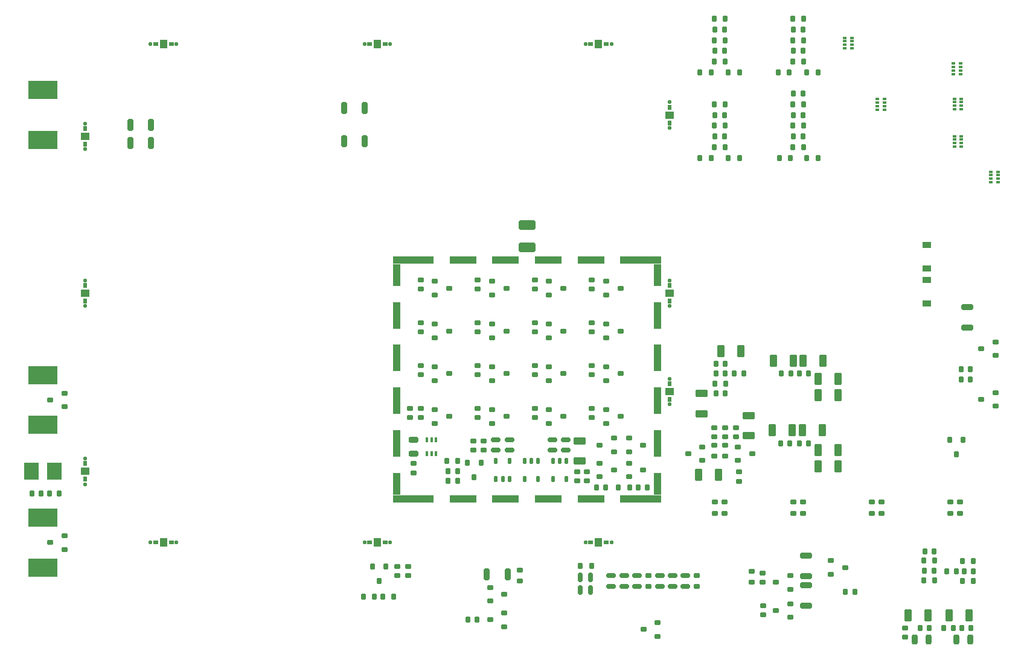
<source format=gbp>
%TF.GenerationSoftware,KiCad,Pcbnew,(6.0.11)*%
%TF.CreationDate,2023-08-11T21:29:26-04:00*%
%TF.ProjectId,1fNoiseAmplifierRev13,31664e6f-6973-4654-916d-706c69666965,rev?*%
%TF.SameCoordinates,Original*%
%TF.FileFunction,Paste,Bot*%
%TF.FilePolarity,Positive*%
%FSLAX46Y46*%
G04 Gerber Fmt 4.6, Leading zero omitted, Abs format (unit mm)*
G04 Created by KiCad (PCBNEW (6.0.11)) date 2023-08-11 21:29:26*
%MOMM*%
%LPD*%
G01*
G04 APERTURE LIST*
G04 Aperture macros list*
%AMRoundRect*
0 Rectangle with rounded corners*
0 $1 Rounding radius*
0 $2 $3 $4 $5 $6 $7 $8 $9 X,Y pos of 4 corners*
0 Add a 4 corners polygon primitive as box body*
4,1,4,$2,$3,$4,$5,$6,$7,$8,$9,$2,$3,0*
0 Add four circle primitives for the rounded corners*
1,1,$1+$1,$2,$3*
1,1,$1+$1,$4,$5*
1,1,$1+$1,$6,$7*
1,1,$1+$1,$8,$9*
0 Add four rect primitives between the rounded corners*
20,1,$1+$1,$2,$3,$4,$5,0*
20,1,$1+$1,$4,$5,$6,$7,0*
20,1,$1+$1,$6,$7,$8,$9,0*
20,1,$1+$1,$8,$9,$2,$3,0*%
G04 Aperture macros list end*
%ADD10RoundRect,0.150000X-0.150000X-0.300000X0.150000X-0.300000X0.150000X0.300000X-0.150000X0.300000X0*%
%ADD11R,4.190000X2.665000*%
%ADD12R,1.200000X0.900000*%
%ADD13RoundRect,0.150000X-0.300000X0.150000X-0.300000X-0.150000X0.300000X-0.150000X0.300000X0.150000X0*%
%ADD14RoundRect,0.137500X-0.137500X0.262500X-0.137500X-0.262500X0.137500X-0.262500X0.137500X0.262500X0*%
%ADD15RoundRect,0.217391X0.282609X0.657609X-0.282609X0.657609X-0.282609X-0.657609X0.282609X-0.657609X0*%
%ADD16R,0.500000X0.400000*%
%ADD17R,0.500000X0.300000*%
%ADD18RoundRect,0.177778X-0.697222X0.222222X-0.697222X-0.222222X0.697222X-0.222222X0.697222X0.222222X0*%
%ADD19RoundRect,0.050000X-0.200000X0.300000X-0.200000X-0.300000X0.200000X-0.300000X0.200000X0.300000X0*%
%ADD20RoundRect,0.048000X-0.202000X0.192000X-0.202000X-0.192000X0.202000X-0.192000X0.202000X0.192000X0*%
%ADD21RoundRect,0.110000X-0.490000X0.440000X-0.490000X-0.440000X0.490000X-0.440000X0.490000X0.440000X0*%
%ADD22RoundRect,0.175000X-0.175000X0.275000X-0.175000X-0.275000X0.175000X-0.275000X0.175000X0.275000X0*%
%ADD23RoundRect,0.175000X0.175000X0.275000X-0.175000X0.275000X-0.175000X-0.275000X0.175000X-0.275000X0*%
%ADD24RoundRect,0.175000X-0.275000X-0.175000X0.275000X-0.175000X0.275000X0.175000X-0.275000X0.175000X0*%
%ADD25R,0.400000X0.650000*%
%ADD26RoundRect,0.200000X-0.200000X-0.475000X0.200000X-0.475000X0.200000X0.475000X-0.200000X0.475000X0*%
%ADD27RoundRect,0.175000X-0.175000X-0.275000X0.175000X-0.275000X0.175000X0.275000X-0.175000X0.275000X0*%
%ADD28RoundRect,0.175000X-0.485000X0.175000X-0.485000X-0.175000X0.485000X-0.175000X0.485000X0.175000X0*%
%ADD29RoundRect,0.175000X0.275000X-0.175000X0.275000X0.175000X-0.275000X0.175000X-0.275000X-0.175000X0*%
%ADD30RoundRect,0.175000X0.485000X-0.175000X0.485000X0.175000X-0.485000X0.175000X-0.485000X-0.175000X0*%
%ADD31RoundRect,0.050000X-0.300000X-0.200000X0.300000X-0.200000X0.300000X0.200000X-0.300000X0.200000X0*%
%ADD32RoundRect,0.048000X-0.192000X-0.202000X0.192000X-0.202000X0.192000X0.202000X-0.192000X0.202000X0*%
%ADD33RoundRect,0.110000X-0.440000X-0.490000X0.440000X-0.490000X0.440000X0.490000X-0.440000X0.490000X0*%
%ADD34RoundRect,0.150000X0.150000X0.300000X-0.150000X0.300000X-0.150000X-0.300000X0.150000X-0.300000X0*%
%ADD35RoundRect,0.217391X-0.282609X-0.657609X0.282609X-0.657609X0.282609X0.657609X-0.282609X0.657609X0*%
%ADD36RoundRect,0.175000X0.275000X0.175000X-0.275000X0.175000X-0.275000X-0.175000X0.275000X-0.175000X0*%
%ADD37RoundRect,0.150000X0.300000X-0.150000X0.300000X0.150000X-0.300000X0.150000X-0.300000X-0.150000X0*%
%ADD38RoundRect,0.048000X0.192000X0.202000X-0.192000X0.202000X-0.192000X-0.202000X0.192000X-0.202000X0*%
%ADD39RoundRect,0.110000X0.440000X0.490000X-0.440000X0.490000X-0.440000X-0.490000X0.440000X-0.490000X0*%
%ADD40RoundRect,0.050000X0.300000X0.200000X-0.300000X0.200000X-0.300000X-0.200000X0.300000X-0.200000X0*%
%ADD41RoundRect,0.175000X-0.275000X0.175000X-0.275000X-0.175000X0.275000X-0.175000X0.275000X0.175000X0*%
%ADD42RoundRect,0.217391X0.657609X-0.282609X0.657609X0.282609X-0.657609X0.282609X-0.657609X-0.282609X0*%
%ADD43RoundRect,0.177778X0.697222X-0.222222X0.697222X0.222222X-0.697222X0.222222X-0.697222X-0.222222X0*%
%ADD44RoundRect,0.175000X-0.175000X-0.485000X0.175000X-0.485000X0.175000X0.485000X-0.175000X0.485000X0*%
%ADD45RoundRect,0.250000X-0.925000X0.412500X-0.925000X-0.412500X0.925000X-0.412500X0.925000X0.412500X0*%
%ADD46RoundRect,0.177778X-0.222222X-0.697222X0.222222X-0.697222X0.222222X0.697222X-0.222222X0.697222X0*%
%ADD47RoundRect,0.177778X0.222222X0.697222X-0.222222X0.697222X-0.222222X-0.697222X0.222222X-0.697222X0*%
%ADD48R,2.010000X2.390000*%
%ADD49RoundRect,0.217391X-0.657609X0.282609X-0.657609X-0.282609X0.657609X-0.282609X0.657609X0.282609X0*%
%ADD50RoundRect,0.200000X0.475000X-0.200000X0.475000X0.200000X-0.475000X0.200000X-0.475000X-0.200000X0*%
%ADD51RoundRect,0.137500X0.137500X-0.262500X0.137500X0.262500X-0.137500X0.262500X-0.137500X-0.262500X0*%
%ADD52R,1.000000X3.140000*%
%ADD53R,1.000000X3.800000*%
%ADD54R,3.800000X1.000000*%
%ADD55R,1.000000X1.000000*%
%ADD56R,4.720000X1.000000*%
%ADD57RoundRect,0.175000X0.175000X0.485000X-0.175000X0.485000X-0.175000X-0.485000X0.175000X-0.485000X0*%
G04 APERTURE END LIST*
D10*
%TO.C,R77*%
X172686206Y-106779869D03*
X173986206Y-106779869D03*
%TD*%
%TO.C,R78*%
X172686206Y-105379869D03*
X173986206Y-105379869D03*
%TD*%
D11*
%TO.C,J4*%
X43936206Y-133172369D03*
X43936206Y-126187369D03*
%TD*%
%TO.C,J9*%
X43936206Y-113172369D03*
X43936206Y-106187369D03*
%TD*%
D12*
%TO.C,D18*%
X167836206Y-91229869D03*
X167836206Y-87929869D03*
%TD*%
D11*
%TO.C,J16*%
X43936206Y-66187369D03*
X43936206Y-73172369D03*
%TD*%
D12*
%TO.C,D17*%
X167836206Y-96129869D03*
X167836206Y-92829869D03*
%TD*%
D13*
%TO.C,R97*%
X96910142Y-92829869D03*
X96910142Y-94129869D03*
%TD*%
D14*
%TO.C,Q27*%
X115460142Y-118229869D03*
X116410142Y-118229869D03*
X117360142Y-118229869D03*
X117360142Y-120729869D03*
X115460142Y-120729869D03*
%TD*%
D13*
%TO.C,R72*%
X104910142Y-110829869D03*
X104910142Y-112129869D03*
%TD*%
D15*
%TO.C,C72*%
X138636206Y-120179869D03*
X135836206Y-120179869D03*
%TD*%
D16*
%TO.C,RN4*%
X177836206Y-77629869D03*
D17*
X177836206Y-78129869D03*
X177836206Y-78629869D03*
D16*
X177836206Y-79129869D03*
X176836206Y-79129869D03*
D17*
X176836206Y-78629869D03*
X176836206Y-78129869D03*
D16*
X176836206Y-77629869D03*
%TD*%
D18*
%TO.C,R93*%
X173536206Y-96629869D03*
X173536206Y-99529869D03*
%TD*%
D19*
%TO.C,J32*%
X131836206Y-70779869D03*
D20*
X131836206Y-67869869D03*
D21*
X131836206Y-69679869D03*
D19*
X131836206Y-68579869D03*
D20*
X131836206Y-71489869D03*
%TD*%
D13*
%TO.C,R85*%
X112910142Y-104829869D03*
X112910142Y-106129869D03*
%TD*%
D22*
%TO.C,Q29*%
X103460142Y-118479869D03*
X105360142Y-118479869D03*
X104410142Y-120479869D03*
%TD*%
D10*
%TO.C,R80*%
X147486206Y-105979869D03*
X148786206Y-105979869D03*
%TD*%
D23*
%TO.C,C96*%
X141611206Y-75679869D03*
X140061206Y-75679869D03*
%TD*%
D24*
%TO.C,Q45*%
X114910142Y-94929869D03*
X114910142Y-93029869D03*
X116910142Y-93979869D03*
%TD*%
D25*
%TO.C,D13*%
X97760142Y-115279869D03*
X98410142Y-115279869D03*
X99060142Y-115279869D03*
X99060142Y-117179869D03*
X98410142Y-117179869D03*
X97760142Y-117179869D03*
%TD*%
D23*
%TO.C,C91*%
X150611206Y-74179869D03*
X149061206Y-74179869D03*
%TD*%
D15*
%TO.C,C71*%
X155436206Y-118979869D03*
X152636206Y-118979869D03*
%TD*%
D26*
%TO.C,C49*%
X166211206Y-143279869D03*
X168111206Y-143279869D03*
%TD*%
D16*
%TO.C,RN8*%
X171636206Y-63929869D03*
D17*
X171636206Y-63429869D03*
X171636206Y-62929869D03*
D16*
X171636206Y-62429869D03*
X172636206Y-62429869D03*
D17*
X172636206Y-62929869D03*
X172636206Y-63429869D03*
D16*
X172636206Y-63929869D03*
%TD*%
D13*
%TO.C,R66*%
X120910142Y-110829869D03*
X120910142Y-112129869D03*
%TD*%
D27*
%TO.C,C107*%
X149061206Y-59179869D03*
X150611206Y-59179869D03*
%TD*%
D13*
%TO.C,R67*%
X112910142Y-110829869D03*
X112910142Y-112129869D03*
%TD*%
D24*
%TO.C,Q37*%
X114910142Y-106929869D03*
X114910142Y-105029869D03*
X116910142Y-105979869D03*
%TD*%
D28*
%TO.C,R68*%
X115410142Y-115229869D03*
X115410142Y-116729869D03*
%TD*%
D15*
%TO.C,C88*%
X149136206Y-104179869D03*
X146336206Y-104179869D03*
%TD*%
D29*
%TO.C,C65*%
X161536206Y-125554869D03*
X161536206Y-124004869D03*
%TD*%
%TO.C,C63*%
X171136206Y-125554869D03*
X171136206Y-124004869D03*
%TD*%
D15*
%TO.C,C51*%
X168061206Y-139879869D03*
X165261206Y-139879869D03*
%TD*%
D24*
%TO.C,Q40*%
X122910142Y-100929869D03*
X122910142Y-99029869D03*
X124910142Y-99979869D03*
%TD*%
D13*
%TO.C,R84*%
X120910142Y-104829869D03*
X120910142Y-106129869D03*
%TD*%
%TO.C,R64*%
X141111206Y-113539869D03*
X141111206Y-114839869D03*
%TD*%
D30*
%TO.C,R43*%
X127236206Y-135829869D03*
X127236206Y-134329869D03*
%TD*%
D13*
%TO.C,R50*%
X93586206Y-133029869D03*
X93586206Y-134329869D03*
%TD*%
D31*
%TO.C,J25*%
X91936206Y-129679869D03*
D32*
X89026206Y-129679869D03*
D31*
X89736206Y-129679869D03*
D32*
X92646206Y-129679869D03*
D33*
X90836206Y-129679869D03*
%TD*%
D24*
%TO.C,Q38*%
X106910142Y-106929869D03*
X106910142Y-105029869D03*
X108910142Y-105979869D03*
%TD*%
D34*
%TO.C,R53*%
X122866208Y-121979869D03*
X121566208Y-121979869D03*
%TD*%
D29*
%TO.C,C68*%
X149136206Y-125554869D03*
X149136206Y-124004869D03*
%TD*%
D23*
%TO.C,C93*%
X148761206Y-75679869D03*
X147211206Y-75679869D03*
%TD*%
D34*
%TO.C,R27*%
X171561206Y-141679869D03*
X170261206Y-141679869D03*
%TD*%
D35*
%TO.C,C87*%
X150536206Y-104179869D03*
X153336206Y-104179869D03*
%TD*%
D36*
%TO.C,D16*%
X177536206Y-101529869D03*
X177536206Y-103429869D03*
X175536206Y-102479869D03*
%TD*%
D10*
%TO.C,R61*%
X149986206Y-115779869D03*
X151286206Y-115779869D03*
%TD*%
D34*
%TO.C,R56*%
X102060142Y-121029869D03*
X100760142Y-121029869D03*
%TD*%
%TO.C,R30*%
X157786206Y-136579869D03*
X156486206Y-136579869D03*
%TD*%
D28*
%TO.C,R40*%
X132191832Y-134329869D03*
X132191832Y-135829869D03*
%TD*%
D23*
%TO.C,C54*%
X174411206Y-132304869D03*
X172861206Y-132304869D03*
%TD*%
D37*
%TO.C,R65*%
X139611206Y-114839869D03*
X139611206Y-113539869D03*
%TD*%
D36*
%TO.C,D8*%
X130136206Y-140929869D03*
X130136206Y-142829869D03*
X128136206Y-141879869D03*
%TD*%
D13*
%TO.C,R87*%
X96910142Y-104829869D03*
X96910142Y-106129869D03*
%TD*%
D23*
%TO.C,C95*%
X137611206Y-75679869D03*
X136061206Y-75679869D03*
%TD*%
D13*
%TO.C,R92*%
X96910142Y-98829869D03*
X96910142Y-100129869D03*
%TD*%
D38*
%TO.C,J24*%
X120026206Y-129679869D03*
D39*
X121836206Y-129679869D03*
D40*
X120736206Y-129679869D03*
D38*
X123646206Y-129679869D03*
D40*
X122936206Y-129679869D03*
%TD*%
D29*
%TO.C,C70*%
X138136206Y-125554869D03*
X138136206Y-124004869D03*
%TD*%
D13*
%TO.C,R76*%
X96910142Y-110829869D03*
X96910142Y-112129869D03*
%TD*%
D41*
%TO.C,C60*%
X128836206Y-134304869D03*
X128836206Y-135854869D03*
%TD*%
D23*
%TO.C,C104*%
X141611206Y-63679869D03*
X140061206Y-63679869D03*
%TD*%
D15*
%TO.C,C83*%
X155436206Y-108979869D03*
X152636206Y-108979869D03*
%TD*%
D27*
%TO.C,C52*%
X91586206Y-137229869D03*
X93136206Y-137229869D03*
%TD*%
D34*
%TO.C,R108*%
X139486206Y-60679869D03*
X138186206Y-60679869D03*
%TD*%
D29*
%TO.C,C66*%
X160136206Y-125554869D03*
X160136206Y-124004869D03*
%TD*%
D27*
%TO.C,C85*%
X138161206Y-107379869D03*
X139711206Y-107379869D03*
%TD*%
D13*
%TO.C,R96*%
X104910142Y-92829869D03*
X104910142Y-94129869D03*
%TD*%
D27*
%TO.C,C74*%
X100535142Y-118229869D03*
X102085142Y-118229869D03*
%TD*%
D24*
%TO.C,U39*%
X141411206Y-118139869D03*
X141411206Y-116239869D03*
X143411206Y-117189869D03*
%TD*%
D10*
%TO.C,R79*%
X149986206Y-105979869D03*
X151286206Y-105979869D03*
%TD*%
D23*
%TO.C,C94*%
X139611206Y-74179869D03*
X138061206Y-74179869D03*
%TD*%
D36*
%TO.C,Q32*%
X124010142Y-115029869D03*
X124010142Y-116929869D03*
X122010142Y-115979869D03*
%TD*%
%TO.C,Q21*%
X148736206Y-138279869D03*
X148736206Y-140179869D03*
X146736206Y-139229869D03*
%TD*%
D42*
%TO.C,C86*%
X136336206Y-111579869D03*
X136336206Y-108779869D03*
%TD*%
D22*
%TO.C,RN2*%
X90136206Y-133029869D03*
X92036206Y-133029869D03*
X91086206Y-135029869D03*
%TD*%
D16*
%TO.C,RN7*%
X160936206Y-68929869D03*
D17*
X160936206Y-68429869D03*
X160936206Y-67929869D03*
D16*
X160936206Y-67429869D03*
X161936206Y-67429869D03*
D17*
X161936206Y-67929869D03*
X161936206Y-68429869D03*
D16*
X161936206Y-68929869D03*
%TD*%
D10*
%TO.C,R82*%
X140886206Y-105979869D03*
X142186206Y-105979869D03*
%TD*%
D13*
%TO.C,R86*%
X104910142Y-104829869D03*
X104910142Y-106129869D03*
%TD*%
D21*
%TO.C,J30*%
X131836206Y-94679869D03*
D20*
X131836206Y-96489869D03*
X131836206Y-92869869D03*
D19*
X131836206Y-93579869D03*
X131836206Y-95779869D03*
%TD*%
D27*
%TO.C,C57*%
X167436206Y-135004869D03*
X168986206Y-135004869D03*
%TD*%
D35*
%TO.C,C89*%
X139036206Y-102779869D03*
X141836206Y-102779869D03*
%TD*%
D36*
%TO.C,D15*%
X46936206Y-108729869D03*
X46936206Y-110629869D03*
X44936206Y-109679869D03*
%TD*%
D13*
%TO.C,R94*%
X120910142Y-92829869D03*
X120910142Y-94129869D03*
%TD*%
D43*
%TO.C,R38*%
X150936206Y-134429869D03*
X150936206Y-131529869D03*
%TD*%
D34*
%TO.C,R83*%
X139586206Y-108779869D03*
X138286206Y-108779869D03*
%TD*%
%TO.C,R29*%
X168211206Y-141679869D03*
X166911206Y-141679869D03*
%TD*%
D13*
%TO.C,R28*%
X164811206Y-141679869D03*
X164811206Y-142979869D03*
%TD*%
%TO.C,R32*%
X144936206Y-138529869D03*
X144936206Y-139829869D03*
%TD*%
D34*
%TO.C,R35*%
X174386206Y-133704869D03*
X173086206Y-133704869D03*
%TD*%
D44*
%TO.C,R46*%
X119236206Y-136329869D03*
X120736206Y-136329869D03*
%TD*%
D29*
%TO.C,C64*%
X172536206Y-125554869D03*
X172536206Y-124004869D03*
%TD*%
D24*
%TO.C,Q22*%
X106636206Y-137879869D03*
X106636206Y-135979869D03*
X108636206Y-136929869D03*
%TD*%
D34*
%TO.C,R57*%
X102060142Y-119629869D03*
X100760142Y-119629869D03*
%TD*%
D24*
%TO.C,Q43*%
X98910142Y-100929869D03*
X98910142Y-99029869D03*
X100910142Y-99979869D03*
%TD*%
D34*
%TO.C,R88*%
X139586206Y-104579869D03*
X138286206Y-104579869D03*
%TD*%
D19*
%TO.C,J33*%
X49836206Y-73779869D03*
D21*
X49836206Y-72679869D03*
D20*
X49836206Y-74489869D03*
X49836206Y-70869869D03*
D19*
X49836206Y-71579869D03*
%TD*%
D24*
%TO.C,Q36*%
X122910142Y-106929869D03*
X122910142Y-105029869D03*
X124910142Y-105979869D03*
%TD*%
D45*
%TO.C,C90*%
X111836206Y-85142369D03*
X111836206Y-88217369D03*
%TD*%
D30*
%TO.C,R42*%
X133991832Y-135829869D03*
X133991832Y-134329869D03*
%TD*%
D10*
%TO.C,R104*%
X138186206Y-69679869D03*
X139486206Y-69679869D03*
%TD*%
D23*
%TO.C,C73*%
X126191208Y-121979869D03*
X124641208Y-121979869D03*
%TD*%
D34*
%TO.C,R81*%
X139586206Y-105979869D03*
X138286206Y-105979869D03*
%TD*%
D38*
%TO.C,J36*%
X62646206Y-59679869D03*
D40*
X59736206Y-59679869D03*
X61936206Y-59679869D03*
D39*
X60836206Y-59679869D03*
D38*
X59026206Y-59679869D03*
%TD*%
D34*
%TO.C,R102*%
X150486206Y-66679869D03*
X149186206Y-66679869D03*
%TD*%
D24*
%TO.C,Q47*%
X98910142Y-94929869D03*
X98910142Y-93029869D03*
X100910142Y-93979869D03*
%TD*%
D27*
%TO.C,C100*%
X138061206Y-71179869D03*
X139611206Y-71179869D03*
%TD*%
D46*
%TO.C,R106*%
X56186206Y-71079869D03*
X59086206Y-71079869D03*
%TD*%
D43*
%TO.C,R31*%
X150936206Y-138529869D03*
X150936206Y-135629869D03*
%TD*%
D29*
%TO.C,C67*%
X150536206Y-125554869D03*
X150536206Y-124004869D03*
%TD*%
D41*
%TO.C,C79*%
X139611206Y-116004869D03*
X139611206Y-117554869D03*
%TD*%
D30*
%TO.C,R45*%
X123636206Y-135829869D03*
X123636206Y-134329869D03*
%TD*%
D36*
%TO.C,D14*%
X177536206Y-108629869D03*
X177536206Y-110529869D03*
X175536206Y-109579869D03*
%TD*%
D23*
%TO.C,C53*%
X90436206Y-137229869D03*
X88886206Y-137229869D03*
%TD*%
D34*
%TO.C,R26*%
X174061206Y-141679869D03*
X172761206Y-141679869D03*
%TD*%
D19*
%TO.C,J27*%
X49836206Y-118579869D03*
D21*
X49836206Y-119679869D03*
D20*
X49836206Y-121489869D03*
D19*
X49836206Y-120779869D03*
D20*
X49836206Y-117869869D03*
%TD*%
D36*
%TO.C,D9*%
X108636206Y-139579869D03*
X108636206Y-141479869D03*
X106636206Y-140529869D03*
%TD*%
D14*
%TO.C,Q26*%
X111460142Y-118229869D03*
X112410142Y-118229869D03*
X113360142Y-118229869D03*
X113360142Y-120729869D03*
X111460142Y-120729869D03*
%TD*%
D34*
%TO.C,R100*%
X150486206Y-72679869D03*
X149186206Y-72679869D03*
%TD*%
%TO.C,R59*%
X46186206Y-122779869D03*
X44886206Y-122779869D03*
%TD*%
D24*
%TO.C,Q33*%
X114910142Y-112929869D03*
X114910142Y-111029869D03*
X116910142Y-111979869D03*
%TD*%
D28*
%TO.C,R44*%
X125436206Y-134329869D03*
X125436206Y-135829869D03*
%TD*%
D27*
%TO.C,C108*%
X149061206Y-56179869D03*
X150611206Y-56179869D03*
%TD*%
D23*
%TO.C,C106*%
X137611206Y-63679869D03*
X136061206Y-63679869D03*
%TD*%
D27*
%TO.C,C110*%
X138061206Y-56179869D03*
X139611206Y-56179869D03*
%TD*%
D30*
%TO.C,R70*%
X107410142Y-116729869D03*
X107410142Y-115229869D03*
%TD*%
D13*
%TO.C,R39*%
X144836206Y-133929869D03*
X144836206Y-135229869D03*
%TD*%
D27*
%TO.C,C61*%
X119311206Y-132929869D03*
X120861206Y-132929869D03*
%TD*%
D26*
%TO.C,C48*%
X172061206Y-143279869D03*
X173961206Y-143279869D03*
%TD*%
D29*
%TO.C,C58*%
X143336206Y-135254869D03*
X143336206Y-133704869D03*
%TD*%
D30*
%TO.C,R41*%
X130436206Y-135829869D03*
X130436206Y-134329869D03*
%TD*%
D27*
%TO.C,C109*%
X138061206Y-59179869D03*
X139611206Y-59179869D03*
%TD*%
%TO.C,C98*%
X149061206Y-71179869D03*
X150611206Y-71179869D03*
%TD*%
D13*
%TO.C,R75*%
X95410142Y-110829869D03*
X95410142Y-112129869D03*
%TD*%
D34*
%TO.C,R37*%
X168886206Y-130879869D03*
X167586206Y-130879869D03*
%TD*%
D47*
%TO.C,R105*%
X89086206Y-68679869D03*
X86186206Y-68679869D03*
%TD*%
D13*
%TO.C,R89*%
X120910142Y-98829869D03*
X120910142Y-100129869D03*
%TD*%
D21*
%TO.C,J28*%
X131836206Y-108479869D03*
D19*
X131836206Y-107379869D03*
D20*
X131836206Y-110289869D03*
D19*
X131836206Y-109579869D03*
D20*
X131836206Y-106669869D03*
%TD*%
D13*
%TO.C,R54*%
X118816208Y-119729869D03*
X118816208Y-121029869D03*
%TD*%
D48*
%TO.C,D12*%
X45536206Y-119679869D03*
X42336206Y-119679869D03*
%TD*%
D23*
%TO.C,C56*%
X168986206Y-132204869D03*
X167436206Y-132204869D03*
%TD*%
%TO.C,C103*%
X148611206Y-63679869D03*
X147061206Y-63679869D03*
%TD*%
D24*
%TO.C,Q31*%
X126116208Y-116929869D03*
X126116208Y-115029869D03*
X128116208Y-115979869D03*
%TD*%
D10*
%TO.C,R101*%
X149186206Y-69679869D03*
X150486206Y-69679869D03*
%TD*%
D49*
%TO.C,C77*%
X142936206Y-111879869D03*
X142936206Y-114679869D03*
%TD*%
D34*
%TO.C,R103*%
X139486206Y-72679869D03*
X138186206Y-72679869D03*
%TD*%
%TO.C,R34*%
X171986206Y-133704869D03*
X170686206Y-133704869D03*
%TD*%
D27*
%TO.C,C55*%
X172861206Y-135104869D03*
X174411206Y-135104869D03*
%TD*%
D13*
%TO.C,R55*%
X120216208Y-119729869D03*
X120216208Y-121029869D03*
%TD*%
D24*
%TO.C,Q34*%
X106910142Y-112929869D03*
X106910142Y-111029869D03*
X108910142Y-111979869D03*
%TD*%
D30*
%TO.C,R73*%
X109410142Y-116729869D03*
X109410142Y-115229869D03*
%TD*%
D15*
%TO.C,C75*%
X155436206Y-116679869D03*
X152636206Y-116679869D03*
%TD*%
D10*
%TO.C,R33*%
X103486206Y-140529869D03*
X104786206Y-140529869D03*
%TD*%
D28*
%TO.C,R69*%
X117260142Y-115229869D03*
X117260142Y-116729869D03*
%TD*%
D46*
%TO.C,R48*%
X106186206Y-134129869D03*
X109086206Y-134129869D03*
%TD*%
D23*
%TO.C,C105*%
X139611206Y-62179869D03*
X138061206Y-62179869D03*
%TD*%
D13*
%TO.C,R90*%
X112910142Y-98829869D03*
X112910142Y-100129869D03*
%TD*%
D29*
%TO.C,C69*%
X139536206Y-125554869D03*
X139536206Y-124004869D03*
%TD*%
D24*
%TO.C,Q25*%
X122010142Y-120429869D03*
X122010142Y-118529869D03*
X124010142Y-119479869D03*
%TD*%
D16*
%TO.C,RN9*%
X156336206Y-60329869D03*
D17*
X156336206Y-59829869D03*
X156336206Y-59329869D03*
D16*
X156336206Y-58829869D03*
X157336206Y-58829869D03*
D17*
X157336206Y-59329869D03*
X157336206Y-59829869D03*
D16*
X157336206Y-60329869D03*
%TD*%
D37*
%TO.C,R71*%
X105710142Y-116729869D03*
X105710142Y-115429869D03*
%TD*%
D21*
%TO.C,J31*%
X49836206Y-94679869D03*
D19*
X49836206Y-93579869D03*
D20*
X49836206Y-92869869D03*
X49836206Y-96489869D03*
D19*
X49836206Y-95779869D03*
%TD*%
D35*
%TO.C,C76*%
X150436206Y-113879869D03*
X153236206Y-113879869D03*
%TD*%
D15*
%TO.C,C78*%
X149036206Y-113879869D03*
X146236206Y-113879869D03*
%TD*%
D36*
%TO.C,Q23*%
X148736206Y-134329869D03*
X148736206Y-136229869D03*
X146736206Y-135279869D03*
%TD*%
D16*
%TO.C,RN5*%
X171736206Y-74129869D03*
D17*
X171736206Y-73629869D03*
X171736206Y-73129869D03*
D16*
X171736206Y-72629869D03*
X172736206Y-72629869D03*
D17*
X172736206Y-73129869D03*
X172736206Y-73629869D03*
D16*
X172736206Y-74129869D03*
%TD*%
D24*
%TO.C,Q39*%
X98910142Y-106929869D03*
X98910142Y-105029869D03*
X100910142Y-105979869D03*
%TD*%
D10*
%TO.C,R109*%
X149186206Y-57679869D03*
X150486206Y-57679869D03*
%TD*%
%TO.C,R62*%
X147386206Y-115779869D03*
X148686206Y-115779869D03*
%TD*%
D46*
%TO.C,R98*%
X86186206Y-73379869D03*
X89086206Y-73379869D03*
%TD*%
D15*
%TO.C,C50*%
X173811206Y-139879869D03*
X171011206Y-139879869D03*
%TD*%
D41*
%TO.C,C62*%
X110836206Y-133554869D03*
X110836206Y-135104869D03*
%TD*%
D23*
%TO.C,C92*%
X152611206Y-75679869D03*
X151061206Y-75679869D03*
%TD*%
D37*
%TO.C,R51*%
X141536206Y-121079869D03*
X141536206Y-119779869D03*
%TD*%
D42*
%TO.C,C81*%
X119210142Y-118229869D03*
X119210142Y-115429869D03*
%TD*%
D40*
%TO.C,J26*%
X59736206Y-129679869D03*
D39*
X60836206Y-129679869D03*
D38*
X59026206Y-129679869D03*
D40*
X61936206Y-129679869D03*
D38*
X62646206Y-129679869D03*
%TD*%
D36*
%TO.C,U40*%
X136411206Y-116239869D03*
X136411206Y-118139869D03*
X134411206Y-117189869D03*
%TD*%
D22*
%TO.C,RN3*%
X171086206Y-115279869D03*
X172986206Y-115279869D03*
X172036206Y-117279869D03*
%TD*%
D13*
%TO.C,R63*%
X138111206Y-113539869D03*
X138111206Y-114839869D03*
%TD*%
D34*
%TO.C,R36*%
X168861206Y-133604869D03*
X167561206Y-133604869D03*
%TD*%
D24*
%TO.C,Q30*%
X122910142Y-112929869D03*
X122910142Y-111029869D03*
X124910142Y-111979869D03*
%TD*%
D34*
%TO.C,R107*%
X150486206Y-60679869D03*
X149186206Y-60679869D03*
%TD*%
D24*
%TO.C,Q44*%
X122910142Y-94929869D03*
X122910142Y-93029869D03*
X124910142Y-93979869D03*
%TD*%
D50*
%TO.C,C82*%
X95910142Y-117179869D03*
X95910142Y-115279869D03*
%TD*%
D23*
%TO.C,C101*%
X152611206Y-63679869D03*
X151061206Y-63679869D03*
%TD*%
D39*
%TO.C,J34*%
X121836206Y-59679869D03*
D38*
X123646206Y-59679869D03*
D40*
X122936206Y-59679869D03*
D38*
X120026206Y-59679869D03*
D40*
X120736206Y-59679869D03*
%TD*%
D29*
%TO.C,C80*%
X138111206Y-117554869D03*
X138111206Y-116004869D03*
%TD*%
D47*
%TO.C,R99*%
X59086206Y-73579869D03*
X56186206Y-73579869D03*
%TD*%
D27*
%TO.C,C97*%
X149061206Y-68179869D03*
X150611206Y-68179869D03*
%TD*%
D16*
%TO.C,RN6*%
X171736206Y-68879869D03*
D17*
X171736206Y-68379869D03*
X171736206Y-67879869D03*
D16*
X171736206Y-67379869D03*
X172736206Y-67379869D03*
D17*
X172736206Y-67879869D03*
X172736206Y-68379869D03*
D16*
X172736206Y-68879869D03*
%TD*%
D51*
%TO.C,Q28*%
X109360142Y-120729869D03*
X108410142Y-120729869D03*
X107460142Y-120729869D03*
X107460142Y-118229869D03*
X109360142Y-118229869D03*
%TD*%
D34*
%TO.C,R52*%
X128666208Y-121979869D03*
X127366208Y-121979869D03*
%TD*%
D37*
%TO.C,R58*%
X95910142Y-119879869D03*
X95910142Y-118579869D03*
%TD*%
D13*
%TO.C,R95*%
X112910142Y-92829869D03*
X112910142Y-94129869D03*
%TD*%
D34*
%TO.C,R60*%
X43686206Y-122779869D03*
X42386206Y-122779869D03*
%TD*%
D24*
%TO.C,Q41*%
X114910142Y-100929869D03*
X114910142Y-99029869D03*
X116910142Y-99979869D03*
%TD*%
D23*
%TO.C,C102*%
X150611206Y-62179869D03*
X149061206Y-62179869D03*
%TD*%
D37*
%TO.C,R74*%
X104310142Y-116729869D03*
X104310142Y-115429869D03*
%TD*%
D41*
%TO.C,C59*%
X135591832Y-134304869D03*
X135591832Y-135854869D03*
%TD*%
D24*
%TO.C,Q35*%
X98910142Y-112929869D03*
X98910142Y-111029869D03*
X100910142Y-111979869D03*
%TD*%
D52*
%TO.C,J29*%
X93496208Y-92109869D03*
X93496208Y-121449869D03*
X130136208Y-92109869D03*
D53*
X93496208Y-115779869D03*
X130136208Y-97779869D03*
X93496208Y-103779869D03*
X93496208Y-97779869D03*
D54*
X114816208Y-90039869D03*
D53*
X130136208Y-109779869D03*
D54*
X108816208Y-123519869D03*
X120816208Y-90039869D03*
D55*
X93496208Y-123519869D03*
D53*
X130136208Y-115779869D03*
D56*
X127276208Y-123519869D03*
D52*
X130136208Y-121449869D03*
D54*
X108816208Y-90039869D03*
X102816208Y-90039869D03*
X120816208Y-123519869D03*
D55*
X130136208Y-90039869D03*
X130136208Y-123519869D03*
D53*
X93496208Y-109779869D03*
D55*
X93496208Y-90039869D03*
D54*
X114816208Y-123519869D03*
D56*
X127276208Y-90039869D03*
D53*
X130136208Y-103779869D03*
D56*
X96356208Y-90039869D03*
X96356208Y-123519869D03*
D54*
X102816208Y-123519869D03*
%TD*%
D27*
%TO.C,C99*%
X138061206Y-68179869D03*
X139611206Y-68179869D03*
%TD*%
D36*
%TO.C,D11*%
X46936206Y-128729869D03*
X46936206Y-130629869D03*
X44936206Y-129679869D03*
%TD*%
D24*
%TO.C,Q42*%
X106910142Y-100929869D03*
X106910142Y-99029869D03*
X108910142Y-99979869D03*
%TD*%
D57*
%TO.C,R47*%
X120736206Y-134529869D03*
X119236206Y-134529869D03*
%TD*%
D13*
%TO.C,R91*%
X104910142Y-98829869D03*
X104910142Y-100129869D03*
%TD*%
D24*
%TO.C,D10*%
X154436206Y-134129869D03*
X154436206Y-132229869D03*
X156436206Y-133179869D03*
%TD*%
D40*
%TO.C,J35*%
X89736206Y-59679869D03*
D39*
X90836206Y-59679869D03*
D38*
X92646206Y-59679869D03*
X89026206Y-59679869D03*
D40*
X91936206Y-59679869D03*
%TD*%
D15*
%TO.C,C84*%
X155436206Y-106679869D03*
X152636206Y-106679869D03*
%TD*%
D24*
%TO.C,Q24*%
X126116208Y-120429869D03*
X126116208Y-118529869D03*
X128116208Y-119479869D03*
%TD*%
%TO.C,Q46*%
X106910142Y-94929869D03*
X106910142Y-93029869D03*
X108910142Y-93979869D03*
%TD*%
D10*
%TO.C,R110*%
X138186206Y-57679869D03*
X139486206Y-57679869D03*
%TD*%
D37*
%TO.C,R49*%
X95136206Y-134329869D03*
X95136206Y-133029869D03*
%TD*%
M02*

</source>
